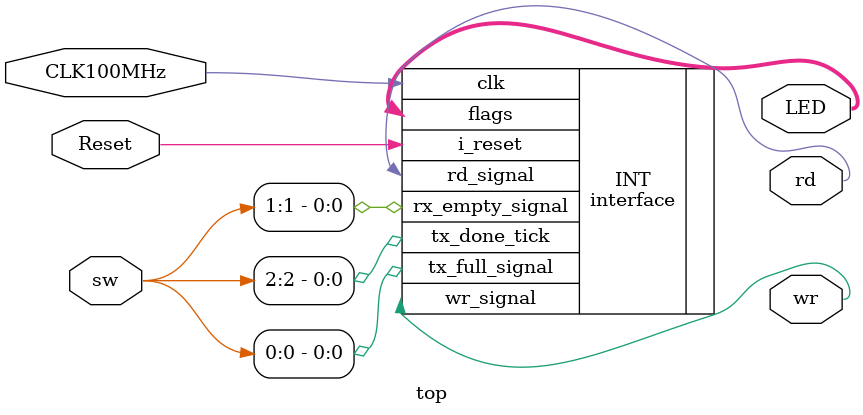
<source format=v>
`timescale 1ns / 1ps

module top(
        input CLK100MHz, Reset,
        input [2:0] sw,
        output [4:0] LED,
        output rd, wr
    );
    
    interface INT(.clk(CLK100MHz), .i_reset(Reset), .tx_full_signal(sw[0]), .rx_empty_signal(sw[1]), 
    .tx_done_tick(sw[2]), .flags(LED), .rd_signal(rd), .wr_signal(wr));

endmodule

</source>
